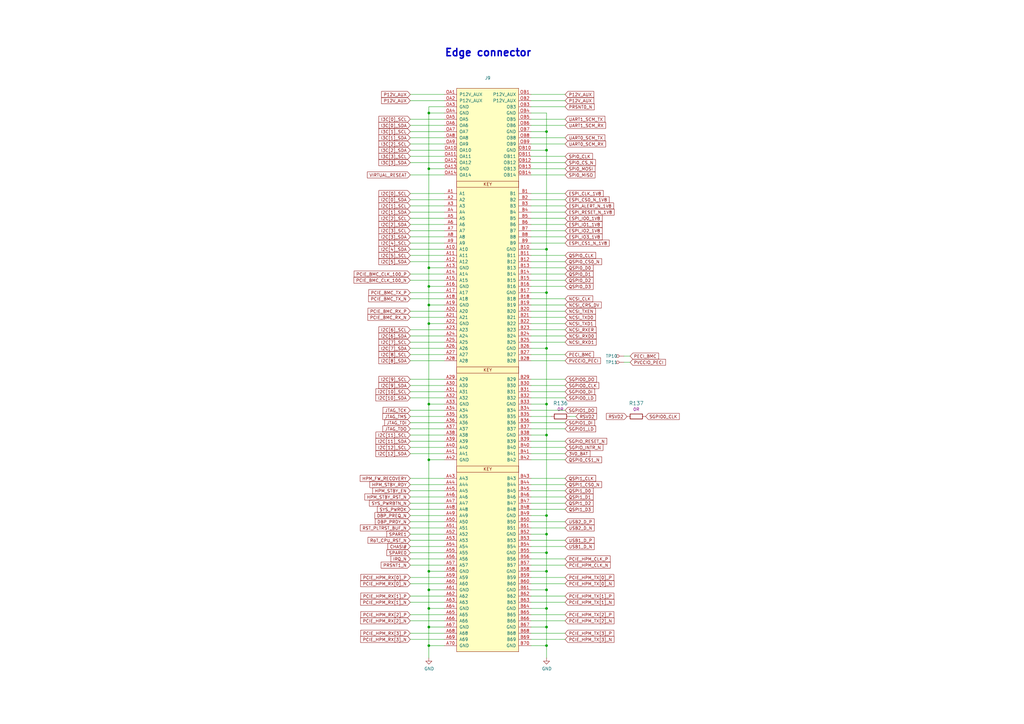
<source format=kicad_sch>
(kicad_sch (version 20211123) (generator eeschema)
  (paper "A3")
  (title_block (title "Artix - Datacenter Secure Control Module (DC-SCM)") (rev "1.1.0"))
  (lib_symbols
    (symbol "artix-dc-scm:GND-artix-dc-scm" (power) (pin_names (offset 0))
      (property "Value" "GND-artix-dc-scm" (at 0 -3.81 0))
      (symbol "GND-artix-dc-scm_0_1"
        (polyline (pts (xy 0 0) (xy 0 -1.27) (xy 1.27 -1.27) (xy 0 -2.54) (xy -1.27 -1.27) (xy 0 -1.27)))
      )
      (symbol "GND-artix-dc-scm_1_1"
        (pin power_in line (at 0 0 270) (length 0) hide (name "GND") (number "1"))
      )
    )
    (symbol "artix-dc-scm:R_0R_0402" (pin_names (offset 0))
      (property "Reference" "R" (at -1.397 3.429 0))
      (property "Val" "0R" (at 0 -2.54 0))
      (symbol "R_0R_0402_1_1"
        (rectangle (start 2.54 -1.016) (end -2.54 1.016) (stroke (width 0.254)))
        (pin passive line (at -3.81 0 0) (length 1.27) (name "~") (number "1"))
        (pin passive line (at 3.81 0 180) (length 1.27) (name "~") (number "2"))
      )
    )
    (symbol "artix-dc-scm:SFF-TA-1002-4C+" (pin_names (offset 1.016))
      (property "Reference" "J" (at -11.43 1.27 0))
      (property "Value" "SFF-TA-1002-4C+" (at 3.81 1.27 0))
      (symbol "SFF-TA-1002-4C+_0_0"
        (rectangle (start 12.7 0) (end -12.7 -231.14) (fill (type background)))
        (text "KEY" (at 0 -156.21 0) (effects (font (size 1.27 1.27))))
        (text "KEY" (at 0 -115.57 0) (effects (font (size 1.27 1.27))))
        (text "KEY" (at 0 -39.37 0) (effects (font (size 1.27 1.27))))
      )
      (symbol "SFF-TA-1002-4C+_1_1"
        (rectangle (start -12.7 -114.3) (end 12.7 -116.84) (fill (type background)))
        (rectangle (start 12.7 -154.94) (end -12.7 -157.48) (fill (type background)))
        (rectangle (start 12.7 -38.1) (end -12.7 -40.64) (fill (type background)))
        (pin passive line (at -17.78 -43.18 0) (length 5.08) (name "A1") (number "A1"))
        (pin passive line (at -17.78 -66.04 0) (length 5.08) (name "A10") (number "A10"))
        (pin passive line (at -17.78 -68.58 0) (length 5.08) (name "A11") (number "A11"))
        (pin passive line (at -17.78 -71.12 0) (length 5.08) (name "A12") (number "A12"))
        (pin power_in line (at -17.78 -73.66 0) (length 5.08) (name "GND") (number "A13"))
        (pin passive line (at -17.78 -76.2 0) (length 5.08) (name "A14") (number "A14"))
        (pin passive line (at -17.78 -78.74 0) (length 5.08) (name "A15") (number "A15"))
        (pin power_in line (at -17.78 -81.28 0) (length 5.08) (name "GND") (number "A16"))
        (pin passive line (at -17.78 -83.82 0) (length 5.08) (name "A17") (number "A17"))
        (pin passive line (at -17.78 -86.36 0) (length 5.08) (name "A18") (number "A18"))
        (pin power_in line (at -17.78 -88.9 0) (length 5.08) (name "GND") (number "A19"))
        (pin passive line (at -17.78 -45.72 0) (length 5.08) (name "A2") (number "A2"))
        (pin passive line (at -17.78 -91.44 0) (length 5.08) (name "A20") (number "A20"))
        (pin passive line (at -17.78 -93.98 0) (length 5.08) (name "A21") (number "A21"))
        (pin power_in line (at -17.78 -96.52 0) (length 5.08) (name "GND") (number "A22"))
        (pin passive line (at -17.78 -99.06 0) (length 5.08) (name "A23") (number "A23"))
        (pin passive line (at -17.78 -101.6 0) (length 5.08) (name "A24") (number "A24"))
        (pin passive line (at -17.78 -104.14 0) (length 5.08) (name "A25") (number "A25"))
        (pin passive line (at -17.78 -106.68 0) (length 5.08) (name "A26") (number "A26"))
        (pin passive line (at -17.78 -109.22 0) (length 5.08) (name "A27") (number "A27"))
        (pin passive line (at -17.78 -111.76 0) (length 5.08) (name "A28") (number "A28"))
        (pin passive line (at -17.78 -119.38 0) (length 5.08) (name "A29") (number "A29"))
        (pin passive line (at -17.78 -48.26 0) (length 5.08) (name "A3") (number "A3"))
        (pin passive line (at -17.78 -121.92 0) (length 5.08) (name "A30") (number "A30"))
        (pin passive line (at -17.78 -124.46 0) (length 5.08) (name "A31") (number "A31"))
        (pin passive line (at -17.78 -127 0) (length 5.08) (name "A32") (number "A32"))
        (pin power_in line (at -17.78 -129.54 0) (length 5.08) (name "GND") (number "A33"))
        (pin passive line (at -17.78 -132.08 0) (length 5.08) (name "A34") (number "A34"))
        (pin passive line (at -17.78 -134.62 0) (length 5.08) (name "A35") (number "A35"))
        (pin passive line (at -17.78 -137.16 0) (length 5.08) (name "A36") (number "A36"))
        (pin passive line (at -17.78 -139.7 0) (length 5.08) (name "A37") (number "A37"))
        (pin passive line (at -17.78 -142.24 0) (length 5.08) (name "A38") (number "A38"))
        (pin passive line (at -17.78 -144.78 0) (length 5.08) (name "A39") (number "A39"))
        (pin passive line (at -17.78 -50.8 0) (length 5.08) (name "A4") (number "A4"))
        (pin passive line (at -17.78 -147.32 0) (length 5.08) (name "A40") (number "A40"))
        (pin passive line (at -17.78 -149.86 0) (length 5.08) (name "A41") (number "A41"))
        (pin power_in line (at -17.78 -152.4 0) (length 5.08) (name "GND") (number "A42"))
        (pin passive line (at -17.78 -160.02 0) (length 5.08) (name "A43") (number "A43"))
        (pin passive line (at -17.78 -162.56 0) (length 5.08) (name "A44") (number "A44"))
        (pin passive line (at -17.78 -165.1 0) (length 5.08) (name "A45") (number "A45"))
        (pin passive line (at -17.78 -167.64 0) (length 5.08) (name "A46") (number "A46"))
        (pin passive line (at -17.78 -170.18 0) (length 5.08) (name "A47") (number "A47"))
        (pin passive line (at -17.78 -172.72 0) (length 5.08) (name "A48") (number "A48"))
        (pin passive line (at -17.78 -175.26 0) (length 5.08) (name "A49") (number "A49"))
        (pin passive line (at -17.78 -53.34 0) (length 5.08) (name "A5") (number "A5"))
        (pin passive line (at -17.78 -177.8 0) (length 5.08) (name "A50") (number "A50"))
        (pin passive line (at -17.78 -180.34 0) (length 5.08) (name "A51") (number "A51"))
        (pin passive line (at -17.78 -182.88 0) (length 5.08) (name "A52") (number "A52"))
        (pin passive line (at -17.78 -185.42 0) (length 5.08) (name "A53") (number "A53"))
        (pin passive line (at -17.78 -187.96 0) (length 5.08) (name "A54") (number "A54"))
        (pin passive line (at -17.78 -190.5 0) (length 5.08) (name "A55") (number "A55"))
        (pin passive line (at -17.78 -193.04 0) (length 5.08) (name "A56") (number "A56"))
        (pin passive line (at -17.78 -195.58 0) (length 5.08) (name "A57") (number "A57"))
        (pin power_in line (at -17.78 -198.12 0) (length 5.08) (name "GND") (number "A58"))
        (pin passive line (at -17.78 -200.66 0) (length 5.08) (name "A59") (number "A59"))
        (pin passive line (at -17.78 -55.88 0) (length 5.08) (name "A6") (number "A6"))
        (pin passive line (at -17.78 -203.2 0) (length 5.08) (name "A60") (number "A60"))
        (pin power_in line (at -17.78 -205.74 0) (length 5.08) (name "GND") (number "A61"))
        (pin passive line (at -17.78 -208.28 0) (length 5.08) (name "A62") (number "A62"))
        (pin passive line (at -17.78 -210.82 0) (length 5.08) (name "A63") (number "A63"))
        (pin power_in line (at -17.78 -213.36 0) (length 5.08) (name "GND") (number "A64"))
        (pin passive line (at -17.78 -215.9 0) (length 5.08) (name "A65") (number "A65"))
        (pin passive line (at -17.78 -218.44 0) (length 5.08) (name "A66") (number "A66"))
        (pin power_in line (at -17.78 -220.98 0) (length 5.08) (name "GND") (number "A67"))
        (pin passive line (at -17.78 -223.52 0) (length 5.08) (name "A68") (number "A68"))
        (pin passive line (at -17.78 -226.06 0) (length 5.08) (name "A69") (number "A69"))
        (pin passive line (at -17.78 -58.42 0) (length 5.08) (name "A7") (number "A7"))
        (pin power_in line (at -17.78 -228.6 0) (length 5.08) (name "GND") (number "A70"))
        (pin passive line (at -17.78 -60.96 0) (length 5.08) (name "A8") (number "A8"))
        (pin passive line (at -17.78 -63.5 0) (length 5.08) (name "A9") (number "A9"))
        (pin passive line (at 17.78 -43.18 180) (length 5.08) (name "B1") (number "B1"))
        (pin power_in line (at 17.78 -66.04 180) (length 5.08) (name "GND") (number "B10"))
        (pin passive line (at 17.78 -68.58 180) (length 5.08) (name "B11") (number "B11"))
        (pin passive line (at 17.78 -71.12 180) (length 5.08) (name "B12") (number "B12"))
        (pin passive line (at 17.78 -73.66 180) (length 5.08) (name "B13") (number "B13"))
        (pin passive line (at 17.78 -76.2 180) (length 5.08) (name "B14") (number "B14"))
        (pin passive line (at 17.78 -78.74 180) (length 5.08) (name "B15") (number "B15"))
        (pin passive line (at 17.78 -81.28 180) (length 5.08) (name "B16") (number "B16"))
        (pin power_in line (at 17.78 -83.82 180) (length 5.08) (name "GND") (number "B17"))
        (pin passive line (at 17.78 -86.36 180) (length 5.08) (name "B18") (number "B18"))
        (pin passive line (at 17.78 -88.9 180) (length 5.08) (name "B19") (number "B19"))
        (pin passive line (at 17.78 -45.72 180) (length 5.08) (name "B2") (number "B2"))
        (pin passive line (at 17.78 -91.44 180) (length 5.08) (name "B20") (number "B20"))
        (pin passive line (at 17.78 -93.98 180) (length 5.08) (name "B21") (number "B21"))
        (pin passive line (at 17.78 -96.52 180) (length 5.08) (name "B22") (number "B22"))
        (pin passive line (at 17.78 -99.06 180) (length 5.08) (name "B23") (number "B23"))
        (pin passive line (at 17.78 -101.6 180) (length 5.08) (name "B24") (number "B24"))
        (pin passive line (at 17.78 -104.14 180) (length 5.08) (name "B25") (number "B25"))
        (pin power_in line (at 17.78 -106.68 180) (length 5.08) (name "GND") (number "B26"))
        (pin passive line (at 17.78 -109.22 180) (length 5.08) (name "B27") (number "B27"))
        (pin passive line (at 17.78 -111.76 180) (length 5.08) (name "B28") (number "B28"))
        (pin passive line (at 17.78 -119.38 180) (length 5.08) (name "B29") (number "B29"))
        (pin passive line (at 17.78 -48.26 180) (length 5.08) (name "B3") (number "B3"))
        (pin passive line (at 17.78 -121.92 180) (length 5.08) (name "B30") (number "B30"))
        (pin passive line (at 17.78 -124.46 180) (length 5.08) (name "B31") (number "B31"))
        (pin passive line (at 17.78 -127 180) (length 5.08) (name "B32") (number "B32"))
        (pin power_in line (at 17.78 -129.54 180) (length 5.08) (name "GND") (number "B33"))
        (pin passive line (at 17.78 -132.08 180) (length 5.08) (name "B34") (number "B34"))
        (pin passive line (at 17.78 -134.62 180) (length 5.08) (name "B35") (number "B35"))
        (pin passive line (at 17.78 -137.16 180) (length 5.08) (name "B36") (number "B36"))
        (pin passive line (at 17.78 -139.7 180) (length 5.08) (name "B37") (number "B37"))
        (pin power_in line (at 17.78 -142.24 180) (length 5.08) (name "GND") (number "B38"))
        (pin passive line (at 17.78 -144.78 180) (length 5.08) (name "B39") (number "B39"))
        (pin passive line (at 17.78 -50.8 180) (length 5.08) (name "B4") (number "B4"))
        (pin passive line (at 17.78 -147.32 180) (length 5.08) (name "B40") (number "B40"))
        (pin passive line (at 17.78 -149.86 180) (length 5.08) (name "B41") (number "B41"))
        (pin passive line (at 17.78 -152.4 180) (length 5.08) (name "B42") (number "B42"))
        (pin passive line (at 17.78 -160.02 180) (length 5.08) (name "B43") (number "B43"))
        (pin passive line (at 17.78 -162.56 180) (length 5.08) (name "B44") (number "B44"))
        (pin passive line (at 17.78 -165.1 180) (length 5.08) (name "B45") (number "B45"))
        (pin passive line (at 17.78 -167.64 180) (length 5.08) (name "B46") (number "B46"))
        (pin passive line (at 17.78 -170.18 180) (length 5.08) (name "B47") (number "B47"))
        (pin passive line (at 17.78 -172.72 180) (length 5.08) (name "B48") (number "B48"))
        (pin power_in line (at 17.78 -175.26 180) (length 5.08) (name "GND") (number "B49"))
        (pin passive line (at 17.78 -53.34 180) (length 5.08) (name "B5") (number "B5"))
        (pin passive line (at 17.78 -177.8 180) (length 5.08) (name "B50") (number "B50"))
        (pin passive line (at 17.78 -180.34 180) (length 5.08) (name "B51") (number "B51"))
        (pin power_in line (at 17.78 -182.88 180) (length 5.08) (name "GND") (number "B52"))
        (pin passive line (at 17.78 -185.42 180) (length 5.08) (name "B53") (number "B53"))
        (pin passive line (at 17.78 -187.96 180) (length 5.08) (name "B54") (number "B54"))
        (pin power_in line (at 17.78 -190.5 180) (length 5.08) (name "GND") (number "B55"))
        (pin passive line (at 17.78 -193.04 180) (length 5.08) (name "B56") (number "B56"))
        (pin passive line (at 17.78 -195.58 180) (length 5.08) (name "B57") (number "B57"))
        (pin power_in line (at 17.78 -198.12 180) (length 5.08) (name "GND") (number "B58"))
        (pin passive line (at 17.78 -200.66 180) (length 5.08) (name "B59") (number "B59"))
        (pin passive line (at 17.78 -55.88 180) (length 5.08) (name "B6") (number "B6"))
        (pin passive line (at 17.78 -203.2 180) (length 5.08) (name "B60") (number "B60"))
        (pin power_in line (at 17.78 -205.74 180) (length 5.08) (name "GND") (number "B61"))
        (pin passive line (at 17.78 -208.28 180) (length 5.08) (name "B62") (number "B62"))
        (pin passive line (at 17.78 -210.82 180) (length 5.08) (name "B63") (number "B63"))
        (pin power_in line (at 17.78 -213.36 180) (length 5.08) (name "GND") (number "B64"))
        (pin passive line (at 17.78 -215.9 180) (length 5.08) (name "B65") (number "B65"))
        (pin passive line (at 17.78 -218.44 180) (length 5.08) (name "B66") (number "B66"))
        (pin power_in line (at 17.78 -220.98 180) (length 5.08) (name "GND") (number "B67"))
        (pin passive line (at 17.78 -223.52 180) (length 5.08) (name "B68") (number "B68"))
        (pin passive line (at 17.78 -226.06 180) (length 5.08) (name "B69") (number "B69"))
        (pin passive line (at 17.78 -58.42 180) (length 5.08) (name "B7") (number "B7"))
        (pin power_in line (at 17.78 -228.6 180) (length 5.08) (name "GND") (number "B70"))
        (pin passive line (at 17.78 -60.96 180) (length 5.08) (name "B8") (number "B8"))
        (pin passive line (at 17.78 -63.5 180) (length 5.08) (name "B9") (number "B9"))
        (pin power_in line (at -17.78 -2.54 0) (length 5.08) (name "P12V_AUX") (number "OA1"))
        (pin passive line (at -17.78 -25.4 0) (length 5.08) (name "OA10") (number "OA10"))
        (pin passive line (at -17.78 -27.94 0) (length 5.08) (name "OA11") (number "OA11"))
        (pin passive line (at -17.78 -30.48 0) (length 5.08) (name "OA12") (number "OA12"))
        (pin power_in line (at -17.78 -33.02 0) (length 5.08) (name "GND") (number "OA13"))
        (pin passive line (at -17.78 -35.56 0) (length 5.08) (name "OA14") (number "OA14"))
        (pin power_in line (at -17.78 -5.08 0) (length 5.08) (name "P12V_AUX") (number "OA2"))
        (pin power_in line (at -17.78 -7.62 0) (length 5.08) (name "GND") (number "OA3"))
        (pin power_in line (at -17.78 -10.16 0) (length 5.08) (name "GND") (number "OA4"))
        (pin passive line (at -17.78 -12.7 0) (length 5.08) (name "OA5") (number "OA5"))
        (pin passive line (at -17.78 -15.24 0) (length 5.08) (name "OA6") (number "OA6"))
        (pin passive line (at -17.78 -17.78 0) (length 5.08) (name "OA7") (number "OA7"))
        (pin passive line (at -17.78 -20.32 0) (length 5.08) (name "OA8") (number "OA8"))
        (pin passive line (at -17.78 -22.86 0) (length 5.08) (name "OA9") (number "OA9"))
        (pin power_in line (at 17.78 -2.54 180) (length 5.08) (name "P12V_AUX") (number "OB1"))
        (pin power_in line (at 17.78 -25.4 180) (length 5.08) (name "GND") (number "OB10"))
        (pin passive line (at 17.78 -27.94 180) (length 5.08) (name "OB11") (number "OB11"))
        (pin passive line (at 17.78 -30.48 180) (length 5.08) (name "OB12") (number "OB12"))
        (pin passive line (at 17.78 -33.02 180) (length 5.08) (name "OB13") (number "OB13"))
        (pin passive line (at 17.78 -35.56 180) (length 5.08) (name "OB14") (number "OB14"))
        (pin power_in line (at 17.78 -5.08 180) (length 5.08) (name "P12V_AUX") (number "OB2"))
        (pin passive line (at 17.78 -7.62 180) (length 5.08) (name "OB3") (number "OB3"))
        (pin power_in line (at 17.78 -10.16 180) (length 5.08) (name "GND") (number "OB4"))
        (pin passive line (at 17.78 -12.7 180) (length 5.08) (name "OB5") (number "OB5"))
        (pin passive line (at 17.78 -15.24 180) (length 5.08) (name "OB6") (number "OB6"))
        (pin power_in line (at 17.78 -17.78 180) (length 5.08) (name "GND") (number "OB7"))
        (pin passive line (at 17.78 -20.32 180) (length 5.08) (name "OB8") (number "OB8"))
        (pin passive line (at 17.78 -22.86 180) (length 5.08) (name "OB9") (number "OB9"))
      )
    )
    (symbol "artix-dc-scm:TP_SMD1MM" (pin_numbers hide) (pin_names (offset 0))
      (property "Reference" "TP" (at -2.54 1.27 0))
      (symbol "TP_SMD1MM_0_1"
        (circle (center 0 0) (radius 0.5588))
      )
      (symbol "TP_SMD1MM_1_1"
        (pin passive line (at 0 2.54 270) (length 1.905) (name "~") (number "1"))
      )
    )
  )
  (junction (at 175.895 165.735))
  (junction (at 224.155 226.695))
  (junction (at 224.155 234.315))
  (junction (at 175.895 249.555))
  (junction (at 175.895 46.355))
  (junction (at 224.155 249.555))
  (junction (at 175.895 69.215))
  (junction (at 224.155 241.935))
  (junction (at 175.895 117.475))
  (junction (at 224.155 61.595))
  (junction (at 175.895 234.315))
  (junction (at 224.155 178.435))
  (junction (at 175.895 257.175))
  (junction (at 224.155 211.455))
  (junction (at 175.895 264.795))
  (junction (at 175.895 132.715))
  (junction (at 175.895 188.595))
  (junction (at 175.895 125.095))
  (junction (at 224.155 165.735))
  (junction (at 175.895 241.935))
  (junction (at 224.155 264.795))
  (junction (at 224.155 53.975))
  (junction (at 224.155 219.075))
  (junction (at 175.895 109.855))
  (junction (at 224.155 120.015))
  (junction (at 224.155 257.175))
  (junction (at 224.155 142.875))
  (junction (at 224.155 102.235))
  (wire (pts (xy 182.245 234.315) (xy 175.895 234.315)))
  (wire (pts (xy 224.155 102.235) (xy 224.155 120.015)))
  (wire (pts (xy 231.775 163.195) (xy 217.805 163.195)))
  (wire (pts (xy 175.895 241.935) (xy 175.895 249.555)))
  (wire (pts (xy 168.275 66.675) (xy 182.245 66.675)))
  (wire (pts (xy 217.805 127.635) (xy 231.775 127.635)))
  (wire (pts (xy 231.775 81.915) (xy 217.805 81.915)))
  (wire (pts (xy 224.155 61.595) (xy 217.805 61.595)))
  (wire (pts (xy 182.245 249.555) (xy 175.895 249.555)))
  (wire (pts (xy 231.775 231.775) (xy 217.805 231.775)))
  (wire (pts (xy 231.775 229.235) (xy 217.805 229.235)))
  (wire (pts (xy 175.895 46.355) (xy 175.895 69.215)))
  (wire (pts (xy 182.245 132.715) (xy 175.895 132.715)))
  (wire (pts (xy 168.275 51.435) (xy 182.245 51.435)))
  (wire (pts (xy 182.245 109.855) (xy 175.895 109.855)))
  (wire (pts (xy 182.245 69.215) (xy 175.895 69.215)))
  (wire (pts (xy 217.805 252.095) (xy 231.775 252.095)))
  (wire (pts (xy 168.275 92.075) (xy 182.245 92.075)))
  (wire (pts (xy 224.155 241.935) (xy 224.155 249.555)))
  (wire (pts (xy 231.775 198.755) (xy 217.805 198.755)))
  (wire (pts (xy 255.905 146.05) (xy 258.445 146.05)))
  (wire (pts (xy 231.775 38.735) (xy 217.805 38.735)))
  (wire (pts (xy 224.155 264.795) (xy 217.805 264.795)))
  (wire (pts (xy 182.245 127.635) (xy 168.275 127.635)))
  (wire (pts (xy 182.245 158.115) (xy 168.275 158.115)))
  (wire (pts (xy 182.245 257.175) (xy 175.895 257.175)))
  (wire (pts (xy 224.155 241.935) (xy 217.805 241.935)))
  (wire (pts (xy 175.895 109.855) (xy 175.895 117.475)))
  (wire (pts (xy 231.775 97.155) (xy 217.805 97.155)))
  (wire (pts (xy 182.245 188.595) (xy 175.895 188.595)))
  (wire (pts (xy 224.155 234.315) (xy 224.155 241.935)))
  (wire (pts (xy 231.775 79.375) (xy 217.805 79.375)))
  (wire (pts (xy 168.275 208.915) (xy 182.245 208.915)))
  (wire (pts (xy 182.245 46.355) (xy 175.895 46.355)))
  (wire (pts (xy 224.155 219.075) (xy 224.155 226.695)))
  (wire (pts (xy 175.895 257.175) (xy 175.895 264.795)))
  (wire (pts (xy 182.245 241.935) (xy 175.895 241.935)))
  (wire (pts (xy 168.275 107.315) (xy 182.245 107.315)))
  (wire (pts (xy 236.22 170.815) (xy 233.68 170.815)))
  (wire (pts (xy 175.895 69.215) (xy 175.895 109.855)))
  (wire (pts (xy 231.775 114.935) (xy 217.805 114.935)))
  (wire (pts (xy 182.245 239.395) (xy 168.275 239.395)))
  (wire (pts (xy 217.805 201.295) (xy 231.775 201.295)))
  (wire (pts (xy 224.155 226.695) (xy 217.805 226.695)))
  (wire (pts (xy 182.245 41.275) (xy 168.275 41.275)))
  (wire (pts (xy 182.245 137.795) (xy 168.275 137.795)))
  (wire (pts (xy 168.275 183.515) (xy 182.245 183.515)))
  (wire (pts (xy 217.805 244.475) (xy 231.775 244.475)))
  (wire (pts (xy 182.245 211.455) (xy 168.275 211.455)))
  (wire (pts (xy 231.775 247.015) (xy 217.805 247.015)))
  (wire (pts (xy 182.245 89.535) (xy 168.275 89.535)))
  (wire (pts (xy 217.805 135.255) (xy 231.775 135.255)))
  (wire (pts (xy 224.155 249.555) (xy 217.805 249.555)))
  (wire (pts (xy 224.155 249.555) (xy 224.155 257.175)))
  (wire (pts (xy 217.805 51.435) (xy 231.775 51.435)))
  (wire (pts (xy 182.245 254.635) (xy 168.275 254.635)))
  (wire (pts (xy 182.245 173.355) (xy 168.275 173.355)))
  (wire (pts (xy 182.245 178.435) (xy 168.275 178.435)))
  (wire (pts (xy 182.245 86.995) (xy 168.275 86.995)))
  (wire (pts (xy 231.775 221.615) (xy 217.805 221.615)))
  (wire (pts (xy 231.775 130.175) (xy 217.805 130.175)))
  (wire (pts (xy 217.805 145.415) (xy 231.775 145.415)))
  (wire (pts (xy 224.155 211.455) (xy 217.805 211.455)))
  (wire (pts (xy 231.775 180.975) (xy 217.805 180.975)))
  (wire (pts (xy 231.775 64.135) (xy 217.805 64.135)))
  (wire (pts (xy 168.275 216.535) (xy 182.245 216.535)))
  (wire (pts (xy 182.245 56.515) (xy 168.275 56.515)))
  (wire (pts (xy 217.805 59.055) (xy 231.775 59.055)))
  (wire (pts (xy 224.155 178.435) (xy 217.805 178.435)))
  (wire (pts (xy 224.155 165.735) (xy 217.805 165.735)))
  (wire (pts (xy 231.775 89.535) (xy 217.805 89.535)))
  (wire (pts (xy 224.155 61.595) (xy 224.155 102.235)))
  (wire (pts (xy 182.245 247.015) (xy 168.275 247.015)))
  (wire (pts (xy 217.805 183.515) (xy 231.775 183.515)))
  (wire (pts (xy 231.775 125.095) (xy 217.805 125.095)))
  (wire (pts (xy 224.155 53.975) (xy 217.805 53.975)))
  (wire (pts (xy 231.775 173.355) (xy 217.805 173.355)))
  (wire (pts (xy 175.895 188.595) (xy 175.895 234.315)))
  (wire (pts (xy 231.775 155.575) (xy 217.805 155.575)))
  (wire (pts (xy 217.805 107.315) (xy 231.775 107.315)))
  (wire (pts (xy 182.245 61.595) (xy 168.275 61.595)))
  (wire (pts (xy 217.805 147.955) (xy 231.775 147.955)))
  (wire (pts (xy 224.155 142.875) (xy 224.155 165.735)))
  (wire (pts (xy 182.245 64.135) (xy 168.275 64.135)))
  (wire (pts (xy 217.805 43.815) (xy 231.775 43.815)))
  (wire (pts (xy 168.275 84.455) (xy 182.245 84.455)))
  (wire (pts (xy 182.245 226.695) (xy 168.275 226.695)))
  (wire (pts (xy 224.155 264.795) (xy 224.155 269.875)))
  (wire (pts (xy 258.445 148.59) (xy 255.905 148.59)))
  (wire (pts (xy 175.895 43.815) (xy 182.245 43.815)))
  (wire (pts (xy 231.775 186.055) (xy 217.805 186.055)))
  (wire (pts (xy 182.245 94.615) (xy 168.275 94.615)))
  (wire (pts (xy 217.805 158.115) (xy 231.775 158.115)))
  (wire (pts (xy 175.895 117.475) (xy 175.895 125.095)))
  (wire (pts (xy 182.245 196.215) (xy 168.275 196.215)))
  (wire (pts (xy 168.275 160.655) (xy 182.245 160.655)))
  (wire (pts (xy 231.775 262.255) (xy 217.805 262.255)))
  (wire (pts (xy 168.275 175.895) (xy 182.245 175.895)))
  (wire (pts (xy 231.775 109.855) (xy 217.805 109.855)))
  (wire (pts (xy 231.775 117.475) (xy 217.805 117.475)))
  (wire (pts (xy 182.245 71.755) (xy 168.275 71.755)))
  (wire (pts (xy 224.155 178.435) (xy 224.155 211.455)))
  (wire (pts (xy 182.245 117.475) (xy 175.895 117.475)))
  (wire (pts (xy 182.245 170.815) (xy 168.275 170.815)))
  (wire (pts (xy 182.245 81.915) (xy 168.275 81.915)))
  (wire (pts (xy 175.895 234.315) (xy 175.895 241.935)))
  (wire (pts (xy 217.805 236.855) (xy 231.775 236.855)))
  (wire (pts (xy 182.245 155.575) (xy 168.275 155.575)))
  (wire (pts (xy 217.805 168.275) (xy 231.775 168.275)))
  (wire (pts (xy 217.805 142.875) (xy 224.155 142.875)))
  (wire (pts (xy 182.245 229.235) (xy 168.275 229.235)))
  (wire (pts (xy 231.775 140.335) (xy 217.805 140.335)))
  (wire (pts (xy 224.155 211.455) (xy 224.155 219.075)))
  (wire (pts (xy 175.895 249.555) (xy 175.895 257.175)))
  (wire (pts (xy 217.805 259.715) (xy 231.775 259.715)))
  (wire (pts (xy 217.805 92.075) (xy 231.775 92.075)))
  (wire (pts (xy 182.245 206.375) (xy 168.275 206.375)))
  (wire (pts (xy 217.805 170.815) (xy 226.06 170.815)))
  (wire (pts (xy 168.275 201.295) (xy 182.245 201.295)))
  (wire (pts (xy 182.245 213.995) (xy 168.275 213.995)))
  (wire (pts (xy 168.275 142.875) (xy 182.245 142.875)))
  (wire (pts (xy 231.775 132.715) (xy 217.805 132.715)))
  (wire (pts (xy 231.775 254.635) (xy 217.805 254.635)))
  (wire (pts (xy 175.895 132.715) (xy 175.895 165.735)))
  (wire (pts (xy 182.245 97.155) (xy 168.275 97.155)))
  (wire (pts (xy 224.155 46.355) (xy 217.805 46.355)))
  (wire (pts (xy 217.805 175.895) (xy 231.775 175.895)))
  (wire (pts (xy 231.775 203.835) (xy 217.805 203.835)))
  (wire (pts (xy 231.775 188.595) (xy 217.805 188.595)))
  (wire (pts (xy 182.245 120.015) (xy 168.275 120.015)))
  (wire (pts (xy 182.245 262.255) (xy 168.275 262.255)))
  (wire (pts (xy 231.775 112.395) (xy 217.805 112.395)))
  (wire (pts (xy 182.245 203.835) (xy 168.275 203.835)))
  (wire (pts (xy 224.155 257.175) (xy 217.805 257.175)))
  (wire (pts (xy 231.775 41.275) (xy 217.805 41.275)))
  (wire (pts (xy 224.155 257.175) (xy 224.155 264.795)))
  (wire (pts (xy 224.155 46.355) (xy 224.155 53.975)))
  (wire (pts (xy 182.245 180.975) (xy 168.275 180.975)))
  (wire (pts (xy 217.805 224.155) (xy 231.775 224.155)))
  (wire (pts (xy 175.895 46.355) (xy 175.895 43.815)))
  (wire (pts (xy 182.245 104.775) (xy 168.275 104.775)))
  (wire (pts (xy 182.245 38.735) (xy 168.275 38.735)))
  (wire (pts (xy 168.275 99.695) (xy 182.245 99.695)))
  (wire (pts (xy 224.155 53.975) (xy 224.155 61.595)))
  (wire (pts (xy 182.245 130.175) (xy 168.275 130.175)))
  (wire (pts (xy 224.155 165.735) (xy 224.155 178.435)))
  (wire (pts (xy 168.275 259.715) (xy 182.245 259.715)))
  (wire (pts (xy 231.775 213.995) (xy 217.805 213.995)))
  (wire (pts (xy 231.775 239.395) (xy 217.805 239.395)))
  (wire (pts (xy 231.775 69.215) (xy 217.805 69.215)))
  (wire (pts (xy 231.775 86.995) (xy 217.805 86.995)))
  (wire (pts (xy 217.805 160.655) (xy 231.775 160.655)))
  (wire (pts (xy 175.895 264.795) (xy 175.895 269.875)))
  (wire (pts (xy 182.245 102.235) (xy 168.275 102.235)))
  (wire (pts (xy 231.775 196.215) (xy 217.805 196.215)))
  (wire (pts (xy 217.805 120.015) (xy 224.155 120.015)))
  (wire (pts (xy 175.895 165.735) (xy 175.895 188.595)))
  (wire (pts (xy 224.155 226.695) (xy 224.155 234.315)))
  (wire (pts (xy 168.275 244.475) (xy 182.245 244.475)))
  (wire (pts (xy 182.245 125.095) (xy 175.895 125.095)))
  (wire (pts (xy 168.275 135.255) (xy 182.245 135.255)))
  (wire (pts (xy 182.245 147.955) (xy 168.275 147.955)))
  (wire (pts (xy 182.245 53.975) (xy 168.275 53.975)))
  (wire (pts (xy 182.245 219.075) (xy 168.275 219.075)))
  (wire (pts (xy 175.895 125.095) (xy 175.895 132.715)))
  (wire (pts (xy 217.805 216.535) (xy 231.775 216.535)))
  (wire (pts (xy 231.775 104.775) (xy 217.805 104.775)))
  (wire (pts (xy 168.275 224.155) (xy 182.245 224.155)))
  (wire (pts (xy 224.155 219.075) (xy 217.805 219.075)))
  (wire (pts (xy 168.275 168.275) (xy 182.245 168.275)))
  (wire (pts (xy 168.275 48.895) (xy 182.245 48.895)))
  (wire (pts (xy 231.775 122.555) (xy 217.805 122.555)))
  (wire (pts (xy 182.245 165.735) (xy 175.895 165.735)))
  (wire (pts (xy 168.275 252.095) (xy 182.245 252.095)))
  (wire (pts (xy 182.245 122.555) (xy 168.275 122.555)))
  (wire (pts (xy 182.245 221.615) (xy 168.275 221.615)))
  (wire (pts (xy 231.775 206.375) (xy 217.805 206.375)))
  (wire (pts (xy 182.245 231.775) (xy 168.275 231.775)))
  (wire (pts (xy 231.775 94.615) (xy 217.805 94.615)))
  (wire (pts (xy 168.275 59.055) (xy 182.245 59.055)))
  (wire (pts (xy 217.805 99.695) (xy 231.775 99.695)))
  (wire (pts (xy 217.805 48.895) (xy 231.775 48.895)))
  (wire (pts (xy 217.805 66.675) (xy 231.775 66.675)))
  (wire (pts (xy 182.245 145.415) (xy 168.275 145.415)))
  (wire (pts (xy 231.775 71.755) (xy 217.805 71.755)))
  (wire (pts (xy 182.245 112.395) (xy 168.275 112.395)))
  (wire (pts (xy 182.245 140.335) (xy 168.275 140.335)))
  (wire (pts (xy 182.245 186.055) (xy 168.275 186.055)))
  (wire (pts (xy 182.245 198.755) (xy 168.275 198.755)))
  (wire (pts (xy 231.775 137.795) (xy 217.805 137.795)))
  (wire (pts (xy 217.805 84.455) (xy 231.775 84.455)))
  (wire (pts (xy 217.805 208.915) (xy 231.775 208.915)))
  (wire (pts (xy 182.245 114.935) (xy 168.275 114.935)))
  (wire (pts (xy 182.245 163.195) (xy 168.275 163.195)))
  (wire (pts (xy 182.245 264.795) (xy 175.895 264.795)))
  (wire (pts (xy 231.775 56.515) (xy 217.805 56.515)))
  (wire (pts (xy 224.155 102.235) (xy 217.805 102.235)))
  (wire (pts (xy 224.155 120.015) (xy 224.155 142.875)))
  (wire (pts (xy 224.155 234.315) (xy 217.805 234.315)))
  (wire (pts (xy 168.275 236.855) (xy 182.245 236.855)))
  (wire (pts (xy 182.245 79.375) (xy 168.275 79.375)))
  (text "Edge connector" (at 182.245 23.495 0) (effects (font (size 2.9972 2.9972) (thickness 0.5994) bold) (justify left bottom)))
  (global_label "I2C[3]_SCL" (shape input) (at 168.275 94.615 180) (property "Intersheet References" "${INTERSHEET_REFS}" (effects hide)))
  (global_label "I2C[11]_SDA" (shape input) (at 168.275 180.975 180) (property "Intersheet References" "${INTERSHEET_REFS}" (effects hide)))
  (global_label "ESPI_IO0_1V8" (shape input) (at 231.775 89.535 0) (property "Intersheet References" "${INTERSHEET_REFS}" (effects hide)))
  (global_label "I2C[12]_SDA" (shape input) (at 168.275 186.055 180) (property "Intersheet References" "${INTERSHEET_REFS}" (effects hide)))
  (global_label "USB2_D_P" (shape input) (at 231.775 213.995 0) (property "Intersheet References" "${INTERSHEET_REFS}" (effects hide)))
  (global_label "PCIE_BMC_RX_N" (shape input) (at 168.275 130.175 180) (property "Intersheet References" "${INTERSHEET_REFS}" (effects hide)))
  (global_label "VIRTUAL_RESEAT" (shape input) (at 168.275 71.755 180) (property "Intersheet References" "${INTERSHEET_REFS}" (effects hide)))
  (global_label "SGPIO0_LD" (shape input) (at 231.775 163.195 0) (property "Intersheet References" "${INTERSHEET_REFS}" (effects hide)))
  (global_label "I2C[12]_SCL" (shape input) (at 168.275 183.515 180) (property "Intersheet References" "${INTERSHEET_REFS}" (effects hide)))
  (global_label "USB1_D_N" (shape input) (at 231.775 224.155 0) (property "Intersheet References" "${INTERSHEET_REFS}" (effects hide)))
  (global_label "QSPI1_D1" (shape input) (at 231.775 203.835 0) (property "Intersheet References" "${INTERSHEET_REFS}" (effects hide)))
  (global_label "QSPI0_D1" (shape input) (at 231.775 112.395 0) (property "Intersheet References" "${INTERSHEET_REFS}" (effects hide)))
  (global_label "SGPIO0_CLK" (shape input) (at 264.795 170.815 0) (property "Intersheet References" "${INTERSHEET_REFS}" (effects hide)))
  (global_label "PCIE_HPM_TX[1]_P" (shape input) (at 231.775 244.475 0) (property "Intersheet References" "${INTERSHEET_REFS}" (effects hide)))
  (global_label "PECI_BMC" (shape input) (at 258.445 146.05 0) (property "Intersheet References" "${INTERSHEET_REFS}" (effects hide)))
  (global_label "UART1_SCM_TX" (shape input) (at 231.775 48.895 0) (property "Intersheet References" "${INTERSHEET_REFS}" (effects hide)))
  (global_label "I2C[10]_SDA" (shape input) (at 168.275 163.195 180) (property "Intersheet References" "${INTERSHEET_REFS}" (effects hide)))
  (global_label "P12V_AUX" (shape input) (at 231.775 41.275 0) (property "Intersheet References" "${INTERSHEET_REFS}" (effects hide)))
  (global_label "PCIE_HPM_TX[1]_N" (shape input) (at 231.775 247.015 0) (property "Intersheet References" "${INTERSHEET_REFS}" (effects hide)))
  (global_label "NCSI_TXEN" (shape input) (at 231.775 127.635 0) (property "Intersheet References" "${INTERSHEET_REFS}" (effects hide)))
  (global_label "QSPI1_CS0_N" (shape input) (at 231.775 198.755 0) (property "Intersheet References" "${INTERSHEET_REFS}" (effects hide)))
  (global_label "I2C[5]_SCL" (shape input) (at 168.275 104.775 180) (property "Intersheet References" "${INTERSHEET_REFS}" (effects hide)))
  (global_label "I3C[3]_SCL" (shape input) (at 168.275 64.135 180) (property "Intersheet References" "${INTERSHEET_REFS}" (effects hide)))
  (global_label "P12V_AUX" (shape input) (at 168.275 38.735 180) (property "Intersheet References" "${INTERSHEET_REFS}" (effects hide)))
  (global_label "QSPI0_D3" (shape input) (at 231.775 117.475 0) (property "Intersheet References" "${INTERSHEET_REFS}" (effects hide)))
  (global_label "I2C[8]_SCL" (shape input) (at 168.275 145.415 180) (property "Intersheet References" "${INTERSHEET_REFS}" (effects hide)))
  (global_label "RSVD2" (shape input) (at 257.175 170.815 180) (property "Intersheet References" "${INTERSHEET_REFS}" (effects hide)))
  (global_label "PCIE_BMC_TX_N" (shape input) (at 168.275 122.555 180) (property "Intersheet References" "${INTERSHEET_REFS}" (effects hide)))
  (global_label "I2C[1]_SCL" (shape input) (at 168.275 84.455 180) (property "Intersheet References" "${INTERSHEET_REFS}" (effects hide)))
  (global_label "UART0_SCM_TX" (shape input) (at 231.775 56.515 0) (property "Intersheet References" "${INTERSHEET_REFS}" (effects hide)))
  (global_label "I2C[6]_SCL" (shape input) (at 168.275 135.255 180) (property "Intersheet References" "${INTERSHEET_REFS}" (effects hide)))
  (global_label "NCSI_TXD1" (shape input) (at 231.775 132.715 0) (property "Intersheet References" "${INTERSHEET_REFS}" (effects hide)))
  (global_label "PCIE_HPM_RX[3]_N" (shape input) (at 168.275 262.255 180) (property "Intersheet References" "${INTERSHEET_REFS}" (effects hide)))
  (global_label "PCIE_HPM_CLK_N" (shape input) (at 231.775 231.775 0) (property "Intersheet References" "${INTERSHEET_REFS}" (effects hide)))
  (global_label "ESPI_IO2_1V8" (shape input) (at 231.775 94.615 0) (property "Intersheet References" "${INTERSHEET_REFS}" (effects hide)))
  (global_label "RoT_CPU_RST_N" (shape input) (at 168.275 221.615 180) (property "Intersheet References" "${INTERSHEET_REFS}" (effects hide)))
  (global_label "DBP_PRDY_N" (shape input) (at 168.275 213.995 180) (property "Intersheet References" "${INTERSHEET_REFS}" (effects hide)))
  (global_label "I2C[1]_SDA" (shape input) (at 168.275 86.995 180) (property "Intersheet References" "${INTERSHEET_REFS}" (effects hide)))
  (global_label "PCIE_HPM_CLK_P" (shape input) (at 231.775 229.235 0) (property "Intersheet References" "${INTERSHEET_REFS}" (effects hide)))
  (global_label "PCIE_HPM_TX[0]_P" (shape input) (at 231.775 236.855 0) (property "Intersheet References" "${INTERSHEET_REFS}" (effects hide)))
  (global_label "SYS_PWROK" (shape input) (at 168.275 208.915 180) (property "Intersheet References" "${INTERSHEET_REFS}" (effects hide)))
  (global_label "NCSI_RXD1" (shape input) (at 231.775 140.335 0) (property "Intersheet References" "${INTERSHEET_REFS}" (effects hide)))
  (global_label "PCIE_HPM_RX[1]_N" (shape input) (at 168.275 247.015 180) (property "Intersheet References" "${INTERSHEET_REFS}" (effects hide)))
  (global_label "HPM_FW_RECOVERY" (shape input) (at 168.275 196.215 180) (property "Intersheet References" "${INTERSHEET_REFS}" (effects hide)))
  (global_label "UART1_SCM_RX" (shape input) (at 231.775 51.435 0) (property "Intersheet References" "${INTERSHEET_REFS}" (effects hide)))
  (global_label "SGPIO1_DI" (shape input) (at 231.775 173.355 0) (property "Intersheet References" "${INTERSHEET_REFS}" (effects hide)))
  (global_label "PCIE_BMC_CLK_100_P" (shape input) (at 168.275 112.395 180) (property "Intersheet References" "${INTERSHEET_REFS}" (effects hide)))
  (global_label "PCIE_HPM_RX[2]_N" (shape input) (at 168.275 254.635 180) (property "Intersheet References" "${INTERSHEET_REFS}" (effects hide)))
  (global_label "QSPI1_D3" (shape input) (at 231.775 208.915 0) (property "Intersheet References" "${INTERSHEET_REFS}" (effects hide)))
  (global_label "SPI0_MOSI" (shape input) (at 231.775 69.215 0) (property "Intersheet References" "${INTERSHEET_REFS}" (effects hide)))
  (global_label "SPI0_MISO" (shape input) (at 231.775 71.755 0) (property "Intersheet References" "${INTERSHEET_REFS}" (effects hide)))
  (global_label "RST_PLTRST_BUF_N" (shape input) (at 168.275 216.535 180) (property "Intersheet References" "${INTERSHEET_REFS}" (effects hide)))
  (global_label "I2C[11]_SCL" (shape input) (at 168.275 178.435 180) (property "Intersheet References" "${INTERSHEET_REFS}" (effects hide)))
  (global_label "PCIE_HPM_TX[2]_N" (shape input) (at 231.775 254.635 0) (property "Intersheet References" "${INTERSHEET_REFS}" (effects hide)))
  (global_label "IRQ_N" (shape input) (at 168.275 229.235 180) (property "Intersheet References" "${INTERSHEET_REFS}" (effects hide)))
  (global_label "I2C[9]_SDA" (shape input) (at 168.275 158.115 180) (property "Intersheet References" "${INTERSHEET_REFS}" (effects hide)))
  (global_label "I3C[1]_SDA" (shape input) (at 168.275 56.515 180) (property "Intersheet References" "${INTERSHEET_REFS}" (effects hide)))
  (global_label "PCIE_HPM_RX[1]_P" (shape input) (at 168.275 244.475 180) (property "Intersheet References" "${INTERSHEET_REFS}" (effects hide)))
  (global_label "SPARE1" (shape input) (at 168.275 219.075 180) (property "Intersheet References" "${INTERSHEET_REFS}" (effects hide)))
  (global_label "PRSNT1_N" (shape input) (at 168.275 231.775 180) (property "Intersheet References" "${INTERSHEET_REFS}" (effects hide)))
  (global_label "NCSI_CRS_DV" (shape input) (at 231.775 125.095 0) (property "Intersheet References" "${INTERSHEET_REFS}" (effects hide)))
  (global_label "PCIE_BMC_TX_P" (shape input) (at 168.275 120.015 180) (property "Intersheet References" "${INTERSHEET_REFS}" (effects hide)))
  (global_label "PCIE_HPM_TX[3]_N" (shape input) (at 231.775 262.255 0) (property "Intersheet References" "${INTERSHEET_REFS}" (effects hide)))
  (global_label "RSVD2" (shape input) (at 236.22 170.815 0) (property "Intersheet References" "${INTERSHEET_REFS}" (effects hide)))
  (global_label "ESPI_CS0_N_1V8" (shape input) (at 231.775 81.915 0) (property "Intersheet References" "${INTERSHEET_REFS}" (effects hide)))
  (global_label "ESPI_IO1_1V8" (shape input) (at 231.775 92.075 0) (property "Intersheet References" "${INTERSHEET_REFS}" (effects hide)))
  (global_label "QSPI0_CS1_N" (shape input) (at 231.775 188.595 0) (property "Intersheet References" "${INTERSHEET_REFS}" (effects hide)))
  (global_label "NCSI_RXER" (shape input) (at 231.775 135.255 0) (property "Intersheet References" "${INTERSHEET_REFS}" (effects hide)))
  (global_label "ESPI_IO3_1V8" (shape input) (at 231.775 97.155 0) (property "Intersheet References" "${INTERSHEET_REFS}" (effects hide)))
  (global_label "SGPIO0_DO" (shape input) (at 231.775 155.575 0) (property "Intersheet References" "${INTERSHEET_REFS}" (effects hide)))
  (global_label "CHASI#" (shape input) (at 168.275 224.155 180) (property "Intersheet References" "${INTERSHEET_REFS}" (effects hide)))
  (global_label "I3C[3]_SDA" (shape input) (at 168.275 66.675 180) (property "Intersheet References" "${INTERSHEET_REFS}" (effects hide)))
  (global_label "NCSI_TXD0" (shape input) (at 231.775 130.175 0) (property "Intersheet References" "${INTERSHEET_REFS}" (effects hide)))
  (global_label "SGPIO_RESET_N" (shape input) (at 231.775 180.975 0) (property "Intersheet References" "${INTERSHEET_REFS}" (effects hide)))
  (global_label "SGPIO0_CLK" (shape input) (at 231.775 158.115 0) (property "Intersheet References" "${INTERSHEET_REFS}" (effects hide)))
  (global_label "QSPI0_CLK" (shape input) (at 231.775 104.775 0) (property "Intersheet References" "${INTERSHEET_REFS}" (effects hide)))
  (global_label "PCIE_HPM_RX[2]_P" (shape input) (at 168.275 252.095 180) (property "Intersheet References" "${INTERSHEET_REFS}" (effects hide)))
  (global_label "USB1_D_P" (shape input) (at 231.775 221.615 0) (property "Intersheet References" "${INTERSHEET_REFS}" (effects hide)))
  (global_label "SGPIO0_DI" (shape input) (at 231.775 160.655 0) (property "Intersheet References" "${INTERSHEET_REFS}" (effects hide)))
  (global_label "USB2_D_N" (shape input) (at 231.775 216.535 0) (property "Intersheet References" "${INTERSHEET_REFS}" (effects hide)))
  (global_label "UART0_SCM_RX" (shape input) (at 231.775 59.055 0) (property "Intersheet References" "${INTERSHEET_REFS}" (effects hide)))
  (global_label "JTAG_TDI" (shape input) (at 168.275 173.355 180) (property "Intersheet References" "${INTERSHEET_REFS}" (effects hide)))
  (global_label "P12V_AUX" (shape input) (at 168.275 41.275 180) (property "Intersheet References" "${INTERSHEET_REFS}" (effects hide)))
  (global_label "I2C[8]_SDA" (shape input) (at 168.275 147.955 180) (property "Intersheet References" "${INTERSHEET_REFS}" (effects hide)))
  (global_label "I3C[0]_SDA" (shape input) (at 168.275 51.435 180) (property "Intersheet References" "${INTERSHEET_REFS}" (effects hide)))
  (global_label "PCIE_HPM_RX[0]_P" (shape input) (at 168.275 236.855 180) (property "Intersheet References" "${INTERSHEET_REFS}" (effects hide)))
  (global_label "I2C[4]_SCL" (shape input) (at 168.275 99.695 180) (property "Intersheet References" "${INTERSHEET_REFS}" (effects hide)))
  (global_label "PCIE_HPM_TX[3]_P" (shape input) (at 231.775 259.715 0) (property "Intersheet References" "${INTERSHEET_REFS}" (effects hide)))
  (global_label "QSPI1_CLK" (shape input) (at 231.775 196.215 0) (property "Intersheet References" "${INTERSHEET_REFS}" (effects hide)))
  (global_label "DBP_PREQ_N" (shape input) (at 168.275 211.455 180) (property "Intersheet References" "${INTERSHEET_REFS}" (effects hide)))
  (global_label "I2C[7]_SDA" (shape input) (at 168.275 142.875 180) (property "Intersheet References" "${INTERSHEET_REFS}" (effects hide)))
  (global_label "QSPI0_CS0_N" (shape input) (at 231.775 107.315 0) (property "Intersheet References" "${INTERSHEET_REFS}" (effects hide)))
  (global_label "ESPI_RESET_N_1V8" (shape input) (at 231.775 86.995 0) (property "Intersheet References" "${INTERSHEET_REFS}" (effects hide)))
  (global_label "I2C[2]_SCL" (shape input) (at 168.275 89.535 180) (property "Intersheet References" "${INTERSHEET_REFS}" (effects hide)))
  (global_label "SPI0_CS_N" (shape input) (at 231.775 66.675 0) (property "Intersheet References" "${INTERSHEET_REFS}" (effects hide)))
  (global_label "QSPI0_D0" (shape input) (at 231.775 109.855 0) (property "Intersheet References" "${INTERSHEET_REFS}" (effects hide)))
  (global_label "P12V_AUX" (shape input) (at 231.775 38.735 0) (property "Intersheet References" "${INTERSHEET_REFS}" (effects hide)))
  (global_label "QSPI1_D2" (shape input) (at 231.775 206.375 0) (property "Intersheet References" "${INTERSHEET_REFS}" (effects hide)))
  (global_label "PECI_BMC" (shape input) (at 231.775 145.415 0) (property "Intersheet References" "${INTERSHEET_REFS}" (effects hide)))
  (global_label "I2C[4]_SDA" (shape input) (at 168.275 102.235 180) (property "Intersheet References" "${INTERSHEET_REFS}" (effects hide)))
  (global_label "SGPIO_INTR_N" (shape input) (at 231.775 183.515 0) (property "Intersheet References" "${INTERSHEET_REFS}" (effects hide)))
  (global_label "NCSI_RXD0" (shape input) (at 231.775 137.795 0) (property "Intersheet References" "${INTERSHEET_REFS}" (effects hide)))
  (global_label "I2C[3]_SDA" (shape input) (at 168.275 97.155 180) (property "Intersheet References" "${INTERSHEET_REFS}" (effects hide)))
  (global_label "PVCCIO_PECI" (shape input) (at 231.775 147.955 0) (property "Intersheet References" "${INTERSHEET_REFS}" (effects hide)))
  (global_label "SGPIO1_DO" (shape input) (at 231.775 168.275 0) (property "Intersheet References" "${INTERSHEET_REFS}" (effects hide)))
  (global_label "I2C[0]_SDA" (shape input) (at 168.275 81.915 180) (property "Intersheet References" "${INTERSHEET_REFS}" (effects hide)))
  (global_label "PCIE_HPM_TX[2]_P" (shape input) (at 231.775 252.095 0) (property "Intersheet References" "${INTERSHEET_REFS}" (effects hide)))
  (global_label "QSPI1_D0" (shape input) (at 231.775 201.295 0) (property "Intersheet References" "${INTERSHEET_REFS}" (effects hide)))
  (global_label "SGPIO1_LD" (shape input) (at 231.775 175.895 0) (property "Intersheet References" "${INTERSHEET_REFS}" (effects hide)))
  (global_label "SPARE0" (shape input) (at 168.275 226.695 180) (property "Intersheet References" "${INTERSHEET_REFS}" (effects hide)))
  (global_label "PRSNT0_N" (shape input) (at 231.775 43.815 0) (property "Intersheet References" "${INTERSHEET_REFS}" (effects hide)))
  (global_label "PVCCIO_PECI" (shape input) (at 258.445 148.59 0) (property "Intersheet References" "${INTERSHEET_REFS}" (effects hide)))
  (global_label "I3C[2]_SCL" (shape input) (at 168.275 59.055 180) (property "Intersheet References" "${INTERSHEET_REFS}" (effects hide)))
  (global_label "I2C[5]_SDA" (shape input) (at 168.275 107.315 180) (property "Intersheet References" "${INTERSHEET_REFS}" (effects hide)))
  (global_label "I2C[10]_SCL" (shape input) (at 168.275 160.655 180) (property "Intersheet References" "${INTERSHEET_REFS}" (effects hide)))
  (global_label "SYS_PWRBTN_N" (shape input) (at 168.275 206.375 180) (property "Intersheet References" "${INTERSHEET_REFS}" (effects hide)))
  (global_label "I3C[2]_SDA" (shape input) (at 168.275 61.595 180) (property "Intersheet References" "${INTERSHEET_REFS}" (effects hide)))
  (global_label "3V0_BAT" (shape input) (at 231.775 186.055 0) (property "Intersheet References" "${INTERSHEET_REFS}" (effects hide)))
  (global_label "JTAG_TMS" (shape input) (at 168.275 170.815 180) (property "Intersheet References" "${INTERSHEET_REFS}" (effects hide)))
  (global_label "ESPI_CS1_N_1V8" (shape input) (at 231.775 99.695 0) (property "Intersheet References" "${INTERSHEET_REFS}" (effects hide)))
  (global_label "NCSI_CLK" (shape input) (at 231.775 122.555 0) (property "Intersheet References" "${INTERSHEET_REFS}" (effects hide)))
  (global_label "PCIE_HPM_RX[0]_N" (shape input) (at 168.275 239.395 180) (property "Intersheet References" "${INTERSHEET_REFS}" (effects hide)))
  (global_label "PCIE_BMC_RX_P" (shape input) (at 168.275 127.635 180) (property "Intersheet References" "${INTERSHEET_REFS}" (effects hide)))
  (global_label "JTAG_TCK" (shape input) (at 168.275 168.275 180) (property "Intersheet References" "${INTERSHEET_REFS}" (effects hide)))
  (global_label "I3C[0]_SCL" (shape input) (at 168.275 48.895 180) (property "Intersheet References" "${INTERSHEET_REFS}" (effects hide)))
  (global_label "SPI0_CLK" (shape input) (at 231.775 64.135 0) (property "Intersheet References" "${INTERSHEET_REFS}" (effects hide)))
  (global_label "PCIE_BMC_CLK_100_N" (shape input) (at 168.275 114.935 180) (property "Intersheet References" "${INTERSHEET_REFS}" (effects hide)))
  (global_label "JTAG_TDO" (shape input) (at 168.275 175.895 180) (property "Intersheet References" "${INTERSHEET_REFS}" (effects hide)))
  (global_label "I2C[6]_SDA" (shape input) (at 168.275 137.795 180) (property "Intersheet References" "${INTERSHEET_REFS}" (effects hide)))
  (global_label "ESPI_ALERT_N_1V8" (shape input) (at 231.775 84.455 0) (property "Intersheet References" "${INTERSHEET_REFS}" (effects hide)))
  (global_label "I2C[2]_SDA" (shape input) (at 168.275 92.075 180) (property "Intersheet References" "${INTERSHEET_REFS}" (effects hide)))
  (global_label "QSPI0_D2" (shape input) (at 231.775 114.935 0) (property "Intersheet References" "${INTERSHEET_REFS}" (effects hide)))
  (global_label "PCIE_HPM_RX[3]_P" (shape input) (at 168.275 259.715 180) (property "Intersheet References" "${INTERSHEET_REFS}" (effects hide)))
  (global_label "HPM_STBY_RST_N" (shape input) (at 168.275 203.835 180) (property "Intersheet References" "${INTERSHEET_REFS}" (effects hide)))
  (global_label "ESPI_CLK_1V8" (shape input) (at 231.775 79.375 0) (property "Intersheet References" "${INTERSHEET_REFS}" (effects hide)))
  (global_label "I2C[9]_SCL" (shape input) (at 168.275 155.575 180) (property "Intersheet References" "${INTERSHEET_REFS}" (effects hide)))
  (global_label "I2C[7]_SCL" (shape input) (at 168.275 140.335 180) (property "Intersheet References" "${INTERSHEET_REFS}" (effects hide)))
  (global_label "HPM_STBY_EN" (shape input) (at 168.275 201.295 180) (property "Intersheet References" "${INTERSHEET_REFS}" (effects hide)))
  (global_label "I2C[0]_SCL" (shape input) (at 168.275 79.375 180) (property "Intersheet References" "${INTERSHEET_REFS}" (effects hide)))
  (global_label "HPM_STBY_RDY" (shape input) (at 168.275 198.755 180) (property "Intersheet References" "${INTERSHEET_REFS}" (effects hide)))
  (global_label "PCIE_HPM_TX[0]_N" (shape input) (at 231.775 239.395 0) (property "Intersheet References" "${INTERSHEET_REFS}" (effects hide)))
  (global_label "I3C[1]_SCL" (shape input) (at 168.275 53.975 180) (property "Intersheet References" "${INTERSHEET_REFS}" (effects hide)))
  (symbol (lib_id "artix-dc-scm:SFF-TA-1002-4C+") (at 200.025 36.195 0) (unit 1)
    (property "Reference" "J9" (at 200.025 32.004 0))
    (property "Datasheet" "https://cdn.amphenol-icc.com/media/wysiwyg/files/documentation/sme005.pdf?__cf_chl_jschl_tk__=4604d1306574a1ee474ea914090d3e0c57e266a6-1606907014-0-AbkYBTCTl__kMBcY3BDmgKpfUy32FqitwN2Lniuy8W-uyv2Ev04Q-Q5Mr7srIz_Wnur0_9chB4CRbxKSYcEh7IvAJYsUgJ0PWIS5YdRqqHg567uaZciEX2hQP4ss5l6M4XdNrxEjJppHvyRV3ku89t-VmUSzhgCb8oJlyHpTxST4dEmKZNXfM53TM0tmGirdVbCRt1Byrx5pkz_uMvNABIOj7B2-eDGK52J3DWRD76zEyjdxY7Iz11gPiOY5i_QGIR3uOwkR5LBPNXe8zGqAf8--AKa7RqDbIriQRt90_32C4zIuHqbGa05BXS135E65ov80PbVcb4eSiutCqcJUAacUwu3eVnXVeIumfihJxuP8Rv7_n6saeG_2IuQpEiskzovLGKZM3667Y-rm-AL1NRXTamtvBxqTk0vyMvZ60FgJ" (effects hide))
  )
  (symbol (lib_id "artix-dc-scm:TP_SMD1MM") (at 253.365 146.05 270) (unit 1)
    (property "Reference" "TP10" (at 250.825 146.05 90))
  )
  (symbol (lib_id "artix-dc-scm:TP_SMD1MM") (at 253.365 148.59 270) (unit 1)
    (property "Reference" "TP11" (at 250.825 148.59 90))
  )
  (symbol (lib_id "artix-dc-scm:R_0R_0402") (at 229.87 170.815 0) (unit 1)
    (property "Reference" "R136" (at 229.87 165.4048 0) (effects (font (size 1.524 1.524))))
    (property "Manufacturer" "PANASONIC" (effects hide))
    (property "MPN" "ERJ2GE0R00X" (effects hide))
    (property "Val" "0R" (at 229.87 167.894 0))
  )
  (symbol (lib_id "artix-dc-scm:R_0R_0402") (at 260.985 170.815 0) (unit 1)
    (property "Reference" "R137" (at 260.985 165.4048 0) (effects (font (size 1.524 1.524))))
    (property "Manufacturer" "PANASONIC" (effects hide))
    (property "MPN" "ERJ2GE0R00X" (effects hide))
    (property "Val" "0R" (at 260.985 167.894 0))
  )
  (symbol (lib_id "artix-dc-scm:GND-artix-dc-scm") (at 175.895 269.875 0) (unit 1)
    (property "Reference" "#PWR026" (effects hide))
  )
  (symbol (lib_id "artix-dc-scm:GND-artix-dc-scm") (at 224.155 269.875 0) (unit 1)
    (property "Reference" "#PWR027" (effects hide))
  )
)
</source>
